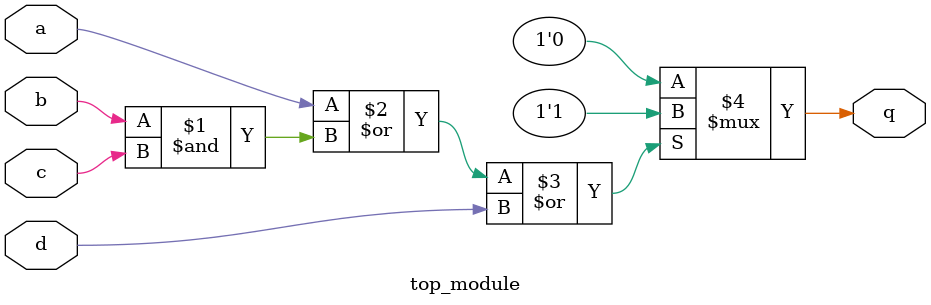
<source format=sv>
module top_module (
  input a,
  input b,
  input c,
  input d,
  output q
);

  assign q = (a | b & c | d) ? 1'b1 : 1'b0;

endmodule

</source>
